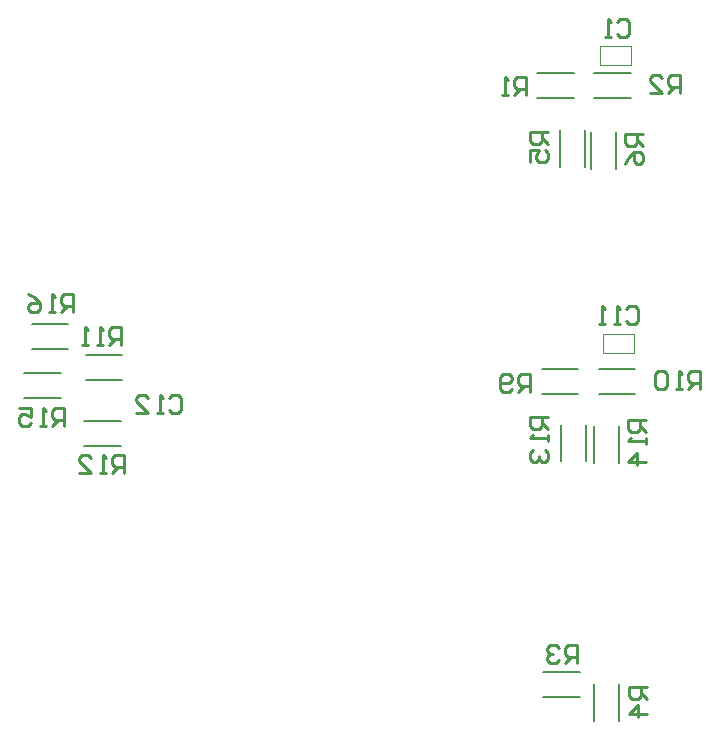
<source format=gbo>
G04*
G04 #@! TF.GenerationSoftware,Altium Limited,Altium Designer,21.6.4 (81)*
G04*
G04 Layer_Color=32896*
%FSLAX25Y25*%
%MOIN*%
G70*
G04*
G04 #@! TF.SameCoordinates,F1B4013F-C6E7-459F-9AD8-EDA5B4F290C2*
G04*
G04*
G04 #@! TF.FilePolarity,Positive*
G04*
G01*
G75*
%ADD11C,0.01000*%
%ADD12C,0.00500*%
%ADD60C,0.00394*%
D11*
X37498Y179001D02*
Y184999D01*
X34499D01*
X33499Y183999D01*
Y182000D01*
X34499Y181000D01*
X37498D01*
X35498D02*
X33499Y179001D01*
X31499D02*
X29500D01*
X30500D01*
Y184999D01*
X31499Y183999D01*
X22502Y184999D02*
X24502Y183999D01*
X26501Y182000D01*
Y180001D01*
X25501Y179001D01*
X23502D01*
X22502Y180001D01*
Y181000D01*
X23502Y182000D01*
X26501D01*
X34498Y141001D02*
Y146999D01*
X31499D01*
X30499Y145999D01*
Y144000D01*
X31499Y143000D01*
X34498D01*
X32498D02*
X30499Y141001D01*
X28499D02*
X26500D01*
X27500D01*
Y146999D01*
X28499Y145999D01*
X19502Y146999D02*
X23501D01*
Y144000D01*
X21502Y145000D01*
X20502D01*
X19502Y144000D01*
Y142001D01*
X20502Y141001D01*
X22501D01*
X23501Y142001D01*
X228499Y142998D02*
X222501D01*
Y139998D01*
X223501Y138999D01*
X225500D01*
X226500Y139998D01*
Y142998D01*
Y140998D02*
X228499Y138999D01*
Y136999D02*
Y135000D01*
Y136000D01*
X222501D01*
X223501Y136999D01*
X228499Y129002D02*
X222501D01*
X225500Y132001D01*
Y128002D01*
X195999Y143998D02*
X190001D01*
Y140998D01*
X191001Y139999D01*
X193000D01*
X194000Y140998D01*
Y143998D01*
Y141998D02*
X195999Y139999D01*
Y137999D02*
Y136000D01*
Y137000D01*
X190001D01*
X191001Y137999D01*
Y133001D02*
X190001Y132001D01*
Y130002D01*
X191001Y129002D01*
X192000D01*
X193000Y130002D01*
Y131002D01*
Y130002D01*
X194000Y129002D01*
X194999D01*
X195999Y130002D01*
Y132001D01*
X194999Y133001D01*
X54498Y125501D02*
Y131499D01*
X51499D01*
X50499Y130499D01*
Y128500D01*
X51499Y127500D01*
X54498D01*
X52498D02*
X50499Y125501D01*
X48500D02*
X46500D01*
X47500D01*
Y131499D01*
X48500Y130499D01*
X39502Y125501D02*
X43501D01*
X39502Y129500D01*
Y130499D01*
X40502Y131499D01*
X42501D01*
X43501Y130499D01*
X53498Y168001D02*
Y173999D01*
X50499D01*
X49499Y172999D01*
Y171000D01*
X50499Y170000D01*
X53498D01*
X51499D02*
X49499Y168001D01*
X47500D02*
X45500D01*
X46500D01*
Y173999D01*
X47500Y172999D01*
X42501Y168001D02*
X40502D01*
X41502D01*
Y173999D01*
X42501Y172999D01*
X246498Y153501D02*
Y159499D01*
X243498D01*
X242499Y158499D01*
Y156500D01*
X243498Y155500D01*
X246498D01*
X244498D02*
X242499Y153501D01*
X240499D02*
X238500D01*
X239500D01*
Y159499D01*
X240499Y158499D01*
X235501D02*
X234502Y159499D01*
X232502D01*
X231502Y158499D01*
Y154501D01*
X232502Y153501D01*
X234502D01*
X235501Y154501D01*
Y158499D01*
X189998Y152501D02*
Y158499D01*
X186999D01*
X186000Y157499D01*
Y155500D01*
X186999Y154500D01*
X189998D01*
X187999D02*
X186000Y152501D01*
X184000Y153501D02*
X183001Y152501D01*
X181001D01*
X180002Y153501D01*
Y157499D01*
X181001Y158499D01*
X183001D01*
X184000Y157499D01*
Y156500D01*
X183001Y155500D01*
X180002D01*
X227499Y238498D02*
X221501D01*
Y235499D01*
X222501Y234500D01*
X224500D01*
X225500Y235499D01*
Y238498D01*
Y236499D02*
X227499Y234500D01*
X221501Y228502D02*
X222501Y230501D01*
X224500Y232500D01*
X226499D01*
X227499Y231501D01*
Y229501D01*
X226499Y228502D01*
X225500D01*
X224500Y229501D01*
Y232500D01*
X195999Y238998D02*
X190001D01*
Y235999D01*
X191001Y235000D01*
X193000D01*
X194000Y235999D01*
Y238998D01*
Y236999D02*
X195999Y235000D01*
X190001Y229002D02*
Y233000D01*
X193000D01*
X192000Y231001D01*
Y230001D01*
X193000Y229002D01*
X194999D01*
X195999Y230001D01*
Y232001D01*
X194999Y233000D01*
X228999Y53998D02*
X223001D01*
Y50999D01*
X224001Y50000D01*
X226000D01*
X227000Y50999D01*
Y53998D01*
Y51999D02*
X228999Y50000D01*
Y45001D02*
X223001D01*
X226000Y48000D01*
Y44002D01*
X205498Y62001D02*
Y67999D01*
X202499D01*
X201500Y66999D01*
Y65000D01*
X202499Y64000D01*
X205498D01*
X203499D02*
X201500Y62001D01*
X199500Y66999D02*
X198501Y67999D01*
X196501D01*
X195502Y66999D01*
Y66000D01*
X196501Y65000D01*
X197501D01*
X196501D01*
X195502Y64000D01*
Y63001D01*
X196501Y62001D01*
X198501D01*
X199500Y63001D01*
X239998Y252001D02*
Y257999D01*
X236999D01*
X236000Y256999D01*
Y255000D01*
X236999Y254000D01*
X239998D01*
X237999D02*
X236000Y252001D01*
X230002D02*
X234000D01*
X230002Y256000D01*
Y256999D01*
X231001Y257999D01*
X233001D01*
X234000Y256999D01*
X188499Y251501D02*
Y257499D01*
X185500D01*
X184500Y256499D01*
Y254500D01*
X185500Y253500D01*
X188499D01*
X186499D02*
X184500Y251501D01*
X182501D02*
X180501D01*
X181501D01*
Y257499D01*
X182501Y256499D01*
X69499Y150499D02*
X70499Y151499D01*
X72498D01*
X73498Y150499D01*
Y146501D01*
X72498Y145501D01*
X70499D01*
X69499Y146501D01*
X67500Y145501D02*
X65500D01*
X66500D01*
Y151499D01*
X67500Y150499D01*
X58502Y145501D02*
X62501D01*
X58502Y149500D01*
Y150499D01*
X59502Y151499D01*
X61501D01*
X62501Y150499D01*
X221999Y179999D02*
X222999Y180999D01*
X224998D01*
X225998Y179999D01*
Y176001D01*
X224998Y175001D01*
X222999D01*
X221999Y176001D01*
X220000Y175001D02*
X218001D01*
X219000D01*
Y180999D01*
X220000Y179999D01*
X215002Y175001D02*
X213002D01*
X214002D01*
Y180999D01*
X215002Y179999D01*
X218801Y275798D02*
X219801Y276798D01*
X221800D01*
X222800Y275798D01*
Y271800D01*
X221800Y270800D01*
X219801D01*
X218801Y271800D01*
X216802Y270800D02*
X214803D01*
X215802D01*
Y276798D01*
X216802Y275798D01*
D12*
X23898Y166807D02*
X36102D01*
X23898Y175193D02*
X36102D01*
X21398Y150307D02*
X33602D01*
X21398Y158693D02*
X33602D01*
X41898Y156307D02*
X54102D01*
X41898Y164693D02*
X54102D01*
X41398Y142693D02*
X53602D01*
X41398Y134307D02*
X53602D01*
X194398Y59193D02*
X206602D01*
X194398Y50807D02*
X206602D01*
X219693Y42898D02*
Y55102D01*
X211307Y42898D02*
Y55102D01*
X199837Y227445D02*
Y239650D01*
X208223Y227445D02*
Y239650D01*
X218693Y226898D02*
Y239102D01*
X210307Y226898D02*
Y239102D01*
X211398Y258693D02*
X223602D01*
X211398Y250307D02*
X223602D01*
X192398Y258693D02*
X204602D01*
X192398Y250307D02*
X204602D01*
X212898Y151807D02*
X225102D01*
X212898Y160193D02*
X225102D01*
X193898Y151807D02*
X206102D01*
X193898Y160193D02*
X206102D01*
X200307Y129398D02*
Y141602D01*
X208693Y129398D02*
Y141602D01*
X219693Y128898D02*
Y141102D01*
X211307Y128898D02*
Y141102D01*
D60*
X214382Y165350D02*
X224618D01*
X214382D02*
Y171650D01*
X224618D01*
Y165350D02*
Y171650D01*
X214382Y165350D02*
X224618D01*
X214382D02*
Y171650D01*
X224618D01*
Y165350D02*
Y171650D01*
X213382Y261350D02*
X223618D01*
X213382D02*
Y267650D01*
X223618D01*
Y261350D02*
Y267650D01*
X213382Y261350D02*
X223618D01*
X213382D02*
Y267650D01*
X223618D01*
Y261350D02*
Y267650D01*
M02*

</source>
